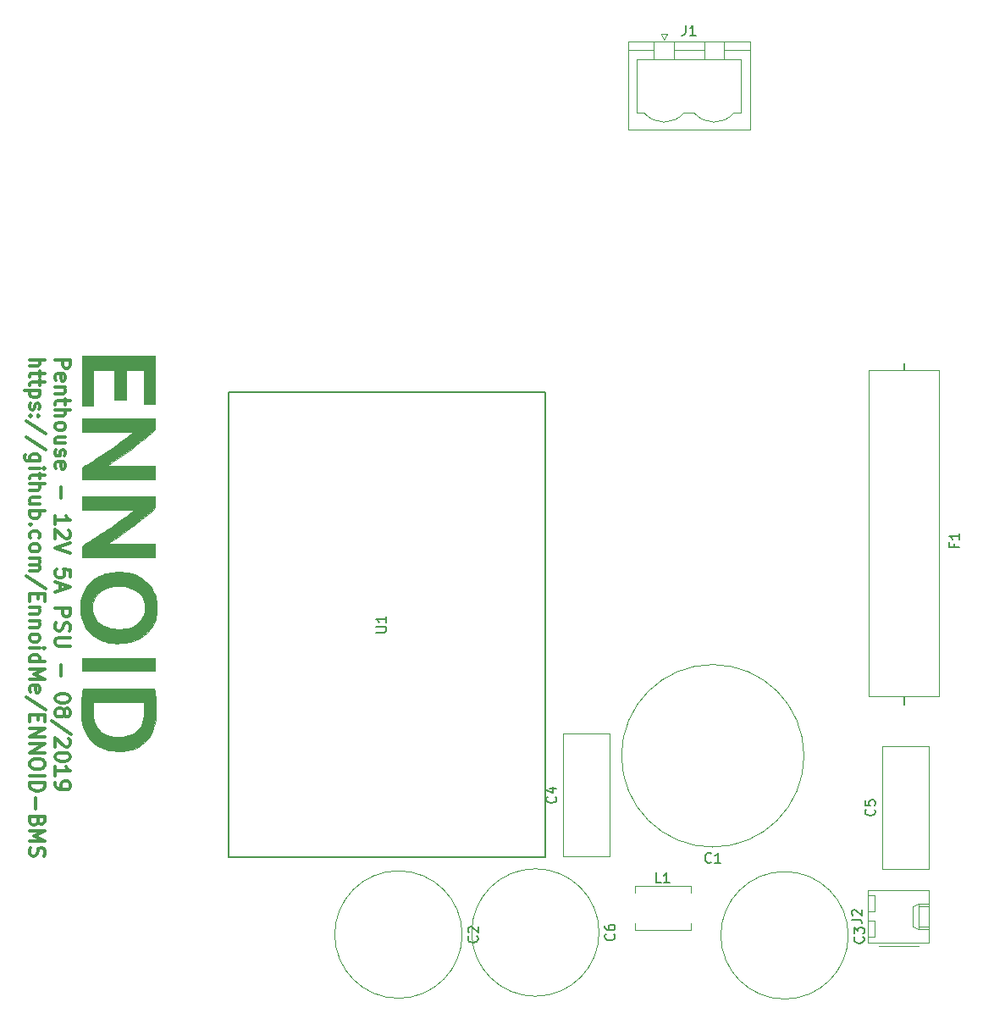
<source format=gbr>
G04 #@! TF.GenerationSoftware,KiCad,Pcbnew,(5.1.0-1152-gc9ccd8a64)*
G04 #@! TF.CreationDate,2019-08-07T20:54:45-04:00*
G04 #@! TF.ProjectId,UPS,5550532e-6b69-4636-9164-5f7063625858,rev?*
G04 #@! TF.SameCoordinates,Original*
G04 #@! TF.FileFunction,Legend,Top*
G04 #@! TF.FilePolarity,Positive*
%FSLAX46Y46*%
G04 Gerber Fmt 4.6, Leading zero omitted, Abs format (unit mm)*
G04 Created by KiCad (PCBNEW (5.1.0-1152-gc9ccd8a64)) date 2019-08-07 20:54:45*
%MOMM*%
%LPD*%
G04 APERTURE LIST*
%ADD10C,0.300000*%
%ADD11C,0.120000*%
%ADD12C,0.150000*%
%ADD13C,0.010000*%
G04 APERTURE END LIST*
D10*
X9791228Y-32479942D02*
X11291228Y-32479942D01*
X11291228Y-33051371D01*
X11219800Y-33194228D01*
X11148371Y-33265657D01*
X11005514Y-33337085D01*
X10791228Y-33337085D01*
X10648371Y-33265657D01*
X10576942Y-33194228D01*
X10505514Y-33051371D01*
X10505514Y-32479942D01*
X9862657Y-34551371D02*
X9791228Y-34408514D01*
X9791228Y-34122800D01*
X9862657Y-33979942D01*
X10005514Y-33908514D01*
X10576942Y-33908514D01*
X10719800Y-33979942D01*
X10791228Y-34122800D01*
X10791228Y-34408514D01*
X10719800Y-34551371D01*
X10576942Y-34622800D01*
X10434085Y-34622800D01*
X10291228Y-33908514D01*
X10791228Y-35265657D02*
X9791228Y-35265657D01*
X10648371Y-35265657D02*
X10719800Y-35337085D01*
X10791228Y-35479942D01*
X10791228Y-35694228D01*
X10719800Y-35837085D01*
X10576942Y-35908514D01*
X9791228Y-35908514D01*
X10791228Y-36408514D02*
X10791228Y-36979942D01*
X11291228Y-36622800D02*
X10005514Y-36622800D01*
X9862657Y-36694228D01*
X9791228Y-36837085D01*
X9791228Y-36979942D01*
X9791228Y-37479942D02*
X11291228Y-37479942D01*
X9791228Y-38122800D02*
X10576942Y-38122800D01*
X10719799Y-38051371D01*
X10791228Y-37908514D01*
X10791228Y-37694228D01*
X10719799Y-37551371D01*
X10648371Y-37479942D01*
X9791228Y-39051371D02*
X9862657Y-38908514D01*
X9934085Y-38837085D01*
X10076942Y-38765657D01*
X10505514Y-38765657D01*
X10648371Y-38837085D01*
X10719799Y-38908514D01*
X10791228Y-39051371D01*
X10791228Y-39265657D01*
X10719799Y-39408514D01*
X10648371Y-39479942D01*
X10505514Y-39551371D01*
X10076942Y-39551371D01*
X9934085Y-39479942D01*
X9862657Y-39408514D01*
X9791228Y-39265657D01*
X9791228Y-39051371D01*
X10791228Y-40837085D02*
X9791228Y-40837085D01*
X10791228Y-40194228D02*
X10005514Y-40194228D01*
X9862657Y-40265657D01*
X9791228Y-40408514D01*
X9791228Y-40622800D01*
X9862657Y-40765657D01*
X9934085Y-40837085D01*
X9862657Y-41479942D02*
X9791228Y-41622800D01*
X9791228Y-41908514D01*
X9862657Y-42051371D01*
X10005514Y-42122800D01*
X10076942Y-42122800D01*
X10219799Y-42051371D01*
X10291228Y-41908514D01*
X10291228Y-41694228D01*
X10362657Y-41551371D01*
X10505514Y-41479942D01*
X10576942Y-41479942D01*
X10719799Y-41551371D01*
X10791228Y-41694228D01*
X10791228Y-41908514D01*
X10719799Y-42051371D01*
X9862657Y-43337085D02*
X9791228Y-43194228D01*
X9791228Y-42908514D01*
X9862657Y-42765657D01*
X10005514Y-42694228D01*
X10576942Y-42694228D01*
X10719799Y-42765657D01*
X10791228Y-42908514D01*
X10791228Y-43194228D01*
X10719799Y-43337085D01*
X10576942Y-43408514D01*
X10434085Y-43408514D01*
X10291228Y-42694228D01*
X10362657Y-45194228D02*
X10362657Y-46337085D01*
X9791228Y-48979942D02*
X9791228Y-48122800D01*
X9791228Y-48551371D02*
X11291228Y-48551371D01*
X11076942Y-48408514D01*
X10934085Y-48265657D01*
X10862657Y-48122800D01*
X11148371Y-49551371D02*
X11219799Y-49622800D01*
X11291228Y-49765657D01*
X11291228Y-50122800D01*
X11219799Y-50265657D01*
X11148371Y-50337085D01*
X11005514Y-50408514D01*
X10862657Y-50408514D01*
X10648371Y-50337085D01*
X9791228Y-49479942D01*
X9791228Y-50408514D01*
X11291228Y-50837085D02*
X9791228Y-51337085D01*
X11291228Y-51837085D01*
X11291228Y-54194228D02*
X11291228Y-53479942D01*
X10576942Y-53408514D01*
X10648371Y-53479942D01*
X10719799Y-53622800D01*
X10719799Y-53979942D01*
X10648371Y-54122800D01*
X10576942Y-54194228D01*
X10434085Y-54265657D01*
X10076942Y-54265657D01*
X9934085Y-54194228D01*
X9862657Y-54122800D01*
X9791228Y-53979942D01*
X9791228Y-53622800D01*
X9862657Y-53479942D01*
X9934085Y-53408514D01*
X10219799Y-54837085D02*
X10219799Y-55551371D01*
X9791228Y-54694228D02*
X11291228Y-55194228D01*
X9791228Y-55694228D01*
X9791228Y-57337085D02*
X11291228Y-57337085D01*
X11291228Y-57908514D01*
X11219799Y-58051371D01*
X11148371Y-58122800D01*
X11005514Y-58194228D01*
X10791228Y-58194228D01*
X10648371Y-58122800D01*
X10576942Y-58051371D01*
X10505514Y-57908514D01*
X10505514Y-57337085D01*
X9862657Y-58765657D02*
X9791228Y-58979942D01*
X9791228Y-59337085D01*
X9862657Y-59479942D01*
X9934085Y-59551371D01*
X10076942Y-59622800D01*
X10219799Y-59622800D01*
X10362657Y-59551371D01*
X10434085Y-59479942D01*
X10505514Y-59337085D01*
X10576942Y-59051371D01*
X10648371Y-58908514D01*
X10719799Y-58837085D01*
X10862657Y-58765657D01*
X11005514Y-58765657D01*
X11148371Y-58837085D01*
X11219799Y-58908514D01*
X11291228Y-59051371D01*
X11291228Y-59408514D01*
X11219799Y-59622800D01*
X11291228Y-60265657D02*
X10076942Y-60265657D01*
X9934085Y-60337085D01*
X9862657Y-60408514D01*
X9791228Y-60551371D01*
X9791228Y-60837085D01*
X9862657Y-60979942D01*
X9934085Y-61051371D01*
X10076942Y-61122800D01*
X11291228Y-61122800D01*
X10362657Y-62979942D02*
X10362657Y-64122800D01*
X11291228Y-66265657D02*
X11291228Y-66408514D01*
X11219799Y-66551371D01*
X11148371Y-66622800D01*
X11005514Y-66694228D01*
X10719799Y-66765657D01*
X10362657Y-66765657D01*
X10076942Y-66694228D01*
X9934085Y-66622800D01*
X9862657Y-66551371D01*
X9791228Y-66408514D01*
X9791228Y-66265657D01*
X9862657Y-66122800D01*
X9934085Y-66051371D01*
X10076942Y-65979942D01*
X10362657Y-65908514D01*
X10719799Y-65908514D01*
X11005514Y-65979942D01*
X11148371Y-66051371D01*
X11219799Y-66122800D01*
X11291228Y-66265657D01*
X10648371Y-67622800D02*
X10719799Y-67479942D01*
X10791228Y-67408514D01*
X10934085Y-67337085D01*
X11005514Y-67337085D01*
X11148371Y-67408514D01*
X11219799Y-67479942D01*
X11291228Y-67622800D01*
X11291228Y-67908514D01*
X11219799Y-68051371D01*
X11148371Y-68122800D01*
X11005514Y-68194228D01*
X10934085Y-68194228D01*
X10791228Y-68122800D01*
X10719799Y-68051371D01*
X10648371Y-67908514D01*
X10648371Y-67622800D01*
X10576942Y-67479942D01*
X10505514Y-67408514D01*
X10362657Y-67337085D01*
X10076942Y-67337085D01*
X9934085Y-67408514D01*
X9862657Y-67479942D01*
X9791228Y-67622800D01*
X9791228Y-67908514D01*
X9862657Y-68051371D01*
X9934085Y-68122800D01*
X10076942Y-68194228D01*
X10362657Y-68194228D01*
X10505514Y-68122800D01*
X10576942Y-68051371D01*
X10648371Y-67908514D01*
X11362657Y-69908514D02*
X9434085Y-68622800D01*
X11148371Y-70337085D02*
X11219799Y-70408514D01*
X11291228Y-70551371D01*
X11291228Y-70908514D01*
X11219799Y-71051371D01*
X11148371Y-71122800D01*
X11005514Y-71194228D01*
X10862657Y-71194228D01*
X10648371Y-71122800D01*
X9791228Y-70265657D01*
X9791228Y-71194228D01*
X11291228Y-72122800D02*
X11291228Y-72265657D01*
X11219799Y-72408514D01*
X11148371Y-72479942D01*
X11005514Y-72551371D01*
X10719799Y-72622800D01*
X10362657Y-72622800D01*
X10076942Y-72551371D01*
X9934085Y-72479942D01*
X9862657Y-72408514D01*
X9791228Y-72265657D01*
X9791228Y-72122800D01*
X9862657Y-71979942D01*
X9934085Y-71908514D01*
X10076942Y-71837085D01*
X10362657Y-71765657D01*
X10719799Y-71765657D01*
X11005514Y-71837085D01*
X11148371Y-71908514D01*
X11219799Y-71979942D01*
X11291228Y-72122800D01*
X9791228Y-74051371D02*
X9791228Y-73194228D01*
X9791228Y-73622800D02*
X11291228Y-73622800D01*
X11076942Y-73479942D01*
X10934085Y-73337085D01*
X10862657Y-73194228D01*
X9791228Y-74765657D02*
X9791228Y-75051371D01*
X9862657Y-75194228D01*
X9934085Y-75265657D01*
X10148371Y-75408514D01*
X10434085Y-75479942D01*
X11005514Y-75479942D01*
X11148371Y-75408514D01*
X11219799Y-75337085D01*
X11291228Y-75194228D01*
X11291228Y-74908514D01*
X11219799Y-74765657D01*
X11148371Y-74694228D01*
X11005514Y-74622799D01*
X10648371Y-74622799D01*
X10505514Y-74694228D01*
X10434085Y-74765657D01*
X10362657Y-74908514D01*
X10362657Y-75194228D01*
X10434085Y-75337085D01*
X10505514Y-75408514D01*
X10648371Y-75479942D01*
X7241228Y-32479942D02*
X8741228Y-32479942D01*
X7241228Y-33122800D02*
X8026942Y-33122800D01*
X8169800Y-33051371D01*
X8241228Y-32908514D01*
X8241228Y-32694228D01*
X8169800Y-32551371D01*
X8098371Y-32479942D01*
X8241228Y-33622800D02*
X8241228Y-34194228D01*
X8741228Y-33837085D02*
X7455514Y-33837085D01*
X7312657Y-33908514D01*
X7241228Y-34051371D01*
X7241228Y-34194228D01*
X8241228Y-34479942D02*
X8241228Y-35051371D01*
X8741228Y-34694228D02*
X7455514Y-34694228D01*
X7312657Y-34765657D01*
X7241228Y-34908514D01*
X7241228Y-35051371D01*
X8241228Y-35551371D02*
X6741228Y-35551371D01*
X8169799Y-35551371D02*
X8241228Y-35694228D01*
X8241228Y-35979942D01*
X8169799Y-36122800D01*
X8098371Y-36194228D01*
X7955514Y-36265657D01*
X7526942Y-36265657D01*
X7384085Y-36194228D01*
X7312657Y-36122800D01*
X7241228Y-35979942D01*
X7241228Y-35694228D01*
X7312657Y-35551371D01*
X7312657Y-36837085D02*
X7241228Y-36979942D01*
X7241228Y-37265657D01*
X7312657Y-37408514D01*
X7455514Y-37479942D01*
X7526942Y-37479942D01*
X7669799Y-37408514D01*
X7741228Y-37265657D01*
X7741228Y-37051371D01*
X7812657Y-36908514D01*
X7955514Y-36837085D01*
X8026942Y-36837085D01*
X8169799Y-36908514D01*
X8241228Y-37051371D01*
X8241228Y-37265657D01*
X8169799Y-37408514D01*
X7384085Y-38122800D02*
X7312657Y-38194228D01*
X7241228Y-38122800D01*
X7312657Y-38051371D01*
X7384085Y-38122800D01*
X7241228Y-38122800D01*
X8169799Y-38122800D02*
X8098371Y-38194228D01*
X8026942Y-38122800D01*
X8098371Y-38051371D01*
X8169799Y-38122800D01*
X8026942Y-38122800D01*
X8812657Y-39908514D02*
X6884085Y-38622800D01*
X8812657Y-41479942D02*
X6884085Y-40194228D01*
X8241228Y-42622800D02*
X7026942Y-42622800D01*
X6884085Y-42551371D01*
X6812657Y-42479942D01*
X6741228Y-42337085D01*
X6741228Y-42122800D01*
X6812657Y-41979942D01*
X7312657Y-42622800D02*
X7241228Y-42479942D01*
X7241228Y-42194228D01*
X7312657Y-42051371D01*
X7384085Y-41979942D01*
X7526942Y-41908514D01*
X7955514Y-41908514D01*
X8098371Y-41979942D01*
X8169799Y-42051371D01*
X8241228Y-42194228D01*
X8241228Y-42479942D01*
X8169799Y-42622800D01*
X7241228Y-43337085D02*
X8241228Y-43337085D01*
X8741228Y-43337085D02*
X8669799Y-43265657D01*
X8598371Y-43337085D01*
X8669799Y-43408514D01*
X8741228Y-43337085D01*
X8598371Y-43337085D01*
X8241228Y-43837085D02*
X8241228Y-44408514D01*
X8741228Y-44051371D02*
X7455514Y-44051371D01*
X7312657Y-44122800D01*
X7241228Y-44265657D01*
X7241228Y-44408514D01*
X7241228Y-44908514D02*
X8741228Y-44908514D01*
X7241228Y-45551371D02*
X8026942Y-45551371D01*
X8169799Y-45479942D01*
X8241228Y-45337085D01*
X8241228Y-45122800D01*
X8169799Y-44979942D01*
X8098371Y-44908514D01*
X8241228Y-46908514D02*
X7241228Y-46908514D01*
X8241228Y-46265657D02*
X7455514Y-46265657D01*
X7312657Y-46337085D01*
X7241228Y-46479942D01*
X7241228Y-46694228D01*
X7312657Y-46837085D01*
X7384085Y-46908514D01*
X7241228Y-47622800D02*
X8741228Y-47622800D01*
X8169799Y-47622800D02*
X8241228Y-47765657D01*
X8241228Y-48051371D01*
X8169799Y-48194228D01*
X8098371Y-48265657D01*
X7955514Y-48337085D01*
X7526942Y-48337085D01*
X7384085Y-48265657D01*
X7312657Y-48194228D01*
X7241228Y-48051371D01*
X7241228Y-47765657D01*
X7312657Y-47622800D01*
X7384085Y-48979942D02*
X7312657Y-49051371D01*
X7241228Y-48979942D01*
X7312657Y-48908514D01*
X7384085Y-48979942D01*
X7241228Y-48979942D01*
X7312657Y-50337085D02*
X7241228Y-50194228D01*
X7241228Y-49908514D01*
X7312657Y-49765657D01*
X7384085Y-49694228D01*
X7526942Y-49622800D01*
X7955514Y-49622800D01*
X8098371Y-49694228D01*
X8169799Y-49765657D01*
X8241228Y-49908514D01*
X8241228Y-50194228D01*
X8169799Y-50337085D01*
X7241228Y-51194228D02*
X7312657Y-51051371D01*
X7384085Y-50979942D01*
X7526942Y-50908514D01*
X7955514Y-50908514D01*
X8098371Y-50979942D01*
X8169799Y-51051371D01*
X8241228Y-51194228D01*
X8241228Y-51408514D01*
X8169799Y-51551371D01*
X8098371Y-51622800D01*
X7955514Y-51694228D01*
X7526942Y-51694228D01*
X7384085Y-51622800D01*
X7312657Y-51551371D01*
X7241228Y-51408514D01*
X7241228Y-51194228D01*
X7241228Y-52337085D02*
X8241228Y-52337085D01*
X8098371Y-52337085D02*
X8169799Y-52408514D01*
X8241228Y-52551371D01*
X8241228Y-52765657D01*
X8169799Y-52908514D01*
X8026942Y-52979942D01*
X7241228Y-52979942D01*
X8026942Y-52979942D02*
X8169799Y-53051371D01*
X8241228Y-53194228D01*
X8241228Y-53408514D01*
X8169799Y-53551371D01*
X8026942Y-53622800D01*
X7241228Y-53622800D01*
X8812657Y-55408514D02*
X6884085Y-54122800D01*
X8026942Y-55908514D02*
X8026942Y-56408514D01*
X7241228Y-56622800D02*
X7241228Y-55908514D01*
X8741228Y-55908514D01*
X8741228Y-56622800D01*
X8241228Y-57265657D02*
X7241228Y-57265657D01*
X8098371Y-57265657D02*
X8169799Y-57337085D01*
X8241228Y-57479942D01*
X8241228Y-57694228D01*
X8169799Y-57837085D01*
X8026942Y-57908514D01*
X7241228Y-57908514D01*
X8241228Y-58622800D02*
X7241228Y-58622800D01*
X8098371Y-58622800D02*
X8169799Y-58694228D01*
X8241228Y-58837085D01*
X8241228Y-59051371D01*
X8169799Y-59194228D01*
X8026942Y-59265657D01*
X7241228Y-59265657D01*
X7241228Y-60194228D02*
X7312657Y-60051371D01*
X7384085Y-59979942D01*
X7526942Y-59908514D01*
X7955514Y-59908514D01*
X8098371Y-59979942D01*
X8169799Y-60051371D01*
X8241228Y-60194228D01*
X8241228Y-60408514D01*
X8169799Y-60551371D01*
X8098371Y-60622800D01*
X7955514Y-60694228D01*
X7526942Y-60694228D01*
X7384085Y-60622800D01*
X7312657Y-60551371D01*
X7241228Y-60408514D01*
X7241228Y-60194228D01*
X7241228Y-61337085D02*
X8241228Y-61337085D01*
X8741228Y-61337085D02*
X8669799Y-61265657D01*
X8598371Y-61337085D01*
X8669799Y-61408514D01*
X8741228Y-61337085D01*
X8598371Y-61337085D01*
X7241228Y-62694228D02*
X8741228Y-62694228D01*
X7312657Y-62694228D02*
X7241228Y-62551371D01*
X7241228Y-62265657D01*
X7312657Y-62122800D01*
X7384085Y-62051371D01*
X7526942Y-61979942D01*
X7955514Y-61979942D01*
X8098371Y-62051371D01*
X8169799Y-62122800D01*
X8241228Y-62265657D01*
X8241228Y-62551371D01*
X8169799Y-62694228D01*
X7241228Y-63408514D02*
X8741228Y-63408514D01*
X7669799Y-63908514D01*
X8741228Y-64408514D01*
X7241228Y-64408514D01*
X7312657Y-65694228D02*
X7241228Y-65551371D01*
X7241228Y-65265657D01*
X7312657Y-65122800D01*
X7455514Y-65051371D01*
X8026942Y-65051371D01*
X8169799Y-65122800D01*
X8241228Y-65265657D01*
X8241228Y-65551371D01*
X8169799Y-65694228D01*
X8026942Y-65765657D01*
X7884085Y-65765657D01*
X7741228Y-65051371D01*
X8812657Y-67479942D02*
X6884085Y-66194228D01*
X8026942Y-67979942D02*
X8026942Y-68479942D01*
X7241228Y-68694228D02*
X7241228Y-67979942D01*
X8741228Y-67979942D01*
X8741228Y-68694228D01*
X7241228Y-69337085D02*
X8741228Y-69337085D01*
X7241228Y-70194228D01*
X8741228Y-70194228D01*
X7241228Y-70908514D02*
X8741228Y-70908514D01*
X7241228Y-71765657D01*
X8741228Y-71765657D01*
X8741228Y-72765657D02*
X8741228Y-73051371D01*
X8669799Y-73194228D01*
X8526942Y-73337085D01*
X8241228Y-73408514D01*
X7741228Y-73408514D01*
X7455514Y-73337085D01*
X7312657Y-73194228D01*
X7241228Y-73051371D01*
X7241228Y-72765657D01*
X7312657Y-72622800D01*
X7455514Y-72479942D01*
X7741228Y-72408514D01*
X8241228Y-72408514D01*
X8526942Y-72479942D01*
X8669799Y-72622800D01*
X8741228Y-72765657D01*
X7241228Y-74051371D02*
X8741228Y-74051371D01*
X7241228Y-74765657D02*
X8741228Y-74765657D01*
X8741228Y-75122800D01*
X8669799Y-75337085D01*
X8526942Y-75479942D01*
X8384085Y-75551371D01*
X8098371Y-75622800D01*
X7884085Y-75622800D01*
X7598371Y-75551371D01*
X7455514Y-75479942D01*
X7312657Y-75337085D01*
X7241228Y-75122800D01*
X7241228Y-74765657D01*
X7812657Y-76265657D02*
X7812657Y-77408514D01*
X8026942Y-78622800D02*
X7955514Y-78837085D01*
X7884085Y-78908514D01*
X7741228Y-78979942D01*
X7526942Y-78979942D01*
X7384085Y-78908514D01*
X7312657Y-78837085D01*
X7241228Y-78694228D01*
X7241228Y-78122800D01*
X8741228Y-78122800D01*
X8741228Y-78622800D01*
X8669799Y-78765657D01*
X8598371Y-78837085D01*
X8455514Y-78908514D01*
X8312657Y-78908514D01*
X8169799Y-78837085D01*
X8098371Y-78765657D01*
X8026942Y-78622800D01*
X8026942Y-78122800D01*
X7241228Y-79622800D02*
X8741228Y-79622800D01*
X7669799Y-80122800D01*
X8741228Y-80622800D01*
X7241228Y-80622800D01*
X7312657Y-81265657D02*
X7241228Y-81479942D01*
X7241228Y-81837085D01*
X7312657Y-81979942D01*
X7384085Y-82051371D01*
X7526942Y-82122800D01*
X7669799Y-82122800D01*
X7812657Y-82051371D01*
X7884085Y-81979942D01*
X7955514Y-81837085D01*
X8026942Y-81551371D01*
X8098371Y-81408514D01*
X8169799Y-81337085D01*
X8312657Y-81265657D01*
X8455514Y-81265657D01*
X8598371Y-81337085D01*
X8669799Y-81408514D01*
X8741228Y-81551371D01*
X8741228Y-81908514D01*
X8669799Y-82122800D01*
D11*
X70350000Y110000D02*
X70950000Y110000D01*
X70650000Y-490000D02*
X70350000Y110000D01*
X70950000Y110000D02*
X70650000Y-490000D01*
X78350000Y-7800000D02*
X77650000Y-7800000D01*
X78350000Y-2500000D02*
X78350000Y-7800000D01*
X67950000Y-2500000D02*
X78350000Y-2500000D01*
X67950000Y-7800000D02*
X67950000Y-2500000D01*
X68650000Y-7800000D02*
X67950000Y-7800000D01*
X72650000Y-7800000D02*
X73650000Y-7800000D01*
X76650000Y-2500000D02*
X74650000Y-2500000D01*
X76650000Y-690000D02*
X76650000Y-2500000D01*
X74650000Y-690000D02*
X76650000Y-690000D01*
X74650000Y-2500000D02*
X74650000Y-690000D01*
X71650000Y-2500000D02*
X69650000Y-2500000D01*
X71650000Y-690000D02*
X71650000Y-2500000D01*
X69650000Y-690000D02*
X71650000Y-690000D01*
X69650000Y-2500000D02*
X69650000Y-690000D01*
X71650000Y-1500000D02*
X74650000Y-1500000D01*
X79260000Y-1500000D02*
X76760000Y-1500000D01*
X67040000Y-1500000D02*
X69540000Y-1500000D01*
X79260000Y-690000D02*
X67040000Y-690000D01*
X79260000Y-9510000D02*
X79260000Y-690000D01*
X67040000Y-9510000D02*
X79260000Y-9510000D01*
X67040000Y-690000D02*
X67040000Y-9510000D01*
X77636841Y-7815821D02*
G75*
G02X73650000Y-7800000I-1986841J1665821D01*
G01*
X72636841Y-7815821D02*
G75*
G02X68650000Y-7800000I-1986841J1665821D01*
G01*
X84643400Y-72085200D02*
G75*
G03X84643400Y-72085200I-9120000J0D01*
G01*
D12*
X94640400Y-33531400D02*
X94640400Y-32851400D01*
X94640400Y-66951400D02*
X94640400Y-66171400D01*
D11*
X91140400Y-66171400D02*
X91140400Y-33531400D01*
X91140400Y-66171400D02*
X98140400Y-66171400D01*
X98140400Y-33531400D02*
X91140400Y-33531400D01*
X98140400Y-66171400D02*
X98140400Y-33531400D01*
X92446400Y-71158000D02*
X97088400Y-71158000D01*
X92446400Y-83398000D02*
X97088400Y-83398000D01*
X97088400Y-83398000D02*
X97088400Y-71158000D01*
X92446400Y-83398000D02*
X92446400Y-71158000D01*
X60569400Y-69888000D02*
X65211400Y-69888000D01*
X60569400Y-82128000D02*
X65211400Y-82128000D01*
X65211400Y-82128000D02*
X65211400Y-69888000D01*
X60569400Y-82128000D02*
X60569400Y-69888000D01*
X64155000Y-89749000D02*
G75*
G03X64155000Y-89749000I-6370000J0D01*
G01*
X89072400Y-90028400D02*
G75*
G03X89072400Y-90028400I-6370000J0D01*
G01*
X50464400Y-89952200D02*
G75*
G03X50464400Y-89952200I-6370000J0D01*
G01*
X91670000Y-86060000D02*
X91070000Y-86060000D01*
X91670000Y-87660000D02*
X91670000Y-86060000D01*
X91070000Y-87660000D02*
X91670000Y-87660000D01*
X91670000Y-88600000D02*
X91070000Y-88600000D01*
X91670000Y-90200000D02*
X91670000Y-88600000D01*
X91070000Y-90200000D02*
X91670000Y-90200000D01*
X97090000Y-87110000D02*
X96090000Y-87110000D01*
X97090000Y-89150000D02*
X96090000Y-89150000D01*
X95560000Y-87110000D02*
X96090000Y-86860000D01*
X95560000Y-89150000D02*
X95560000Y-87110000D01*
X96090000Y-89400000D02*
X95560000Y-89150000D01*
X96090000Y-86860000D02*
X97090000Y-86860000D01*
X96090000Y-89400000D02*
X96090000Y-86860000D01*
X97090000Y-89400000D02*
X96090000Y-89400000D01*
X92100000Y-91070000D02*
X96100000Y-91070000D01*
X91070000Y-85480000D02*
X91070000Y-90780000D01*
X97090000Y-85480000D02*
X91070000Y-85480000D01*
X97090000Y-90780000D02*
X97090000Y-85480000D01*
X91070000Y-90780000D02*
X97090000Y-90780000D01*
D12*
X58776000Y-35728800D02*
X58776000Y-82228800D01*
X27076000Y-35728800D02*
X27076000Y-82228800D01*
X58776000Y-35728800D02*
X27076000Y-35728800D01*
X27076000Y-82228800D02*
X58776000Y-82228800D01*
D11*
X67710400Y-85599800D02*
X67710400Y-85799800D01*
X67710400Y-85799800D02*
X67710400Y-85599800D01*
X67710400Y-85099800D02*
X67710400Y-85799800D01*
X73310400Y-85099800D02*
X67710400Y-85099800D01*
X73310400Y-85699800D02*
X73310400Y-85799800D01*
X73310400Y-85099800D02*
X73310400Y-85699800D01*
X73310400Y-88799800D02*
X73310400Y-89499800D01*
X67710400Y-89499800D02*
X67710400Y-88799800D01*
X73310400Y-89499800D02*
X67710400Y-89499800D01*
D13*
G36*
X19926312Y-57673264D02*
G01*
X19904971Y-57892055D01*
X19868558Y-58104368D01*
X19815375Y-58325347D01*
X19788804Y-58420324D01*
X19652864Y-58797230D01*
X19470950Y-59150693D01*
X19245665Y-59478117D01*
X18979612Y-59776905D01*
X18675395Y-60044462D01*
X18335617Y-60278189D01*
X17962882Y-60475492D01*
X17574255Y-60628965D01*
X17203345Y-60730682D01*
X16802782Y-60800051D01*
X16383683Y-60837136D01*
X15957164Y-60842003D01*
X15534341Y-60814716D01*
X15126333Y-60755340D01*
X14744255Y-60663939D01*
X14581281Y-60611515D01*
X14169136Y-60441899D01*
X13795521Y-60236387D01*
X13460967Y-59995577D01*
X13166011Y-59720070D01*
X12911184Y-59410465D01*
X12697022Y-59067361D01*
X12524058Y-58691358D01*
X12392826Y-58283054D01*
X12351685Y-58108698D01*
X12328394Y-57966713D01*
X12309248Y-57786763D01*
X12294778Y-57582904D01*
X12285517Y-57369194D01*
X12281995Y-57159690D01*
X12284745Y-56968448D01*
X12294297Y-56809524D01*
X12300511Y-56755468D01*
X12384985Y-56312455D01*
X12510745Y-55902368D01*
X12677718Y-55525306D01*
X12885834Y-55181370D01*
X13135022Y-54870658D01*
X13425212Y-54593270D01*
X13756333Y-54349305D01*
X14128314Y-54138863D01*
X14178851Y-54114362D01*
X14460932Y-53990236D01*
X14733212Y-53893283D01*
X15008105Y-53820738D01*
X15298024Y-53769835D01*
X15615384Y-53737808D01*
X15936313Y-53722794D01*
X15947373Y-53722783D01*
X15947373Y-55123194D01*
X15575499Y-55156319D01*
X15215659Y-55223972D01*
X14874991Y-55325426D01*
X14560633Y-55459951D01*
X14279726Y-55626820D01*
X14210731Y-55677181D01*
X14045636Y-55827481D01*
X13887639Y-56016281D01*
X13746314Y-56229275D01*
X13631234Y-56452158D01*
X13556424Y-56654842D01*
X13496620Y-56943182D01*
X13475166Y-57250208D01*
X13492305Y-57557973D01*
X13540768Y-57820147D01*
X13643819Y-58118635D01*
X13793124Y-58393783D01*
X13986075Y-58642425D01*
X14220066Y-58861396D01*
X14492488Y-59047528D01*
X14599476Y-59105892D01*
X14890218Y-59229366D01*
X15214524Y-59322278D01*
X15562719Y-59384484D01*
X15925132Y-59415838D01*
X16292089Y-59416193D01*
X16653919Y-59385404D01*
X17000949Y-59323326D01*
X17323506Y-59229812D01*
X17520227Y-59149907D01*
X17824244Y-58983405D01*
X18087592Y-58784587D01*
X18308910Y-58555531D01*
X18486838Y-58298317D01*
X18620017Y-58015024D01*
X18707086Y-57707733D01*
X18746686Y-57378521D01*
X18749111Y-57270868D01*
X18724594Y-56935508D01*
X18652246Y-56620924D01*
X18533869Y-56329707D01*
X18371269Y-56064449D01*
X18166250Y-55827742D01*
X17920615Y-55622177D01*
X17636168Y-55450346D01*
X17412418Y-55350547D01*
X17063802Y-55238275D01*
X16698663Y-55163444D01*
X16324140Y-55125326D01*
X15947373Y-55123194D01*
X15947373Y-53722783D01*
X16352116Y-53722372D01*
X16729303Y-53745821D01*
X17077328Y-53795011D01*
X17405641Y-53871816D01*
X17723694Y-53978106D01*
X18040940Y-54115754D01*
X18121934Y-54155638D01*
X18454169Y-54350110D01*
X18764826Y-54585767D01*
X19047347Y-54855881D01*
X19295176Y-55153725D01*
X19501754Y-55472573D01*
X19606625Y-55678699D01*
X19712300Y-55927164D01*
X19793321Y-56160238D01*
X19852756Y-56391917D01*
X19893675Y-56636195D01*
X19919148Y-56907067D01*
X19930568Y-57155668D01*
X19934279Y-57432849D01*
X19926312Y-57673264D01*
X19926312Y-57673264D01*
G37*
X19926312Y-57673264D02*
X19904971Y-57892055D01*
X19868558Y-58104368D01*
X19815375Y-58325347D01*
X19788804Y-58420324D01*
X19652864Y-58797230D01*
X19470950Y-59150693D01*
X19245665Y-59478117D01*
X18979612Y-59776905D01*
X18675395Y-60044462D01*
X18335617Y-60278189D01*
X17962882Y-60475492D01*
X17574255Y-60628965D01*
X17203345Y-60730682D01*
X16802782Y-60800051D01*
X16383683Y-60837136D01*
X15957164Y-60842003D01*
X15534341Y-60814716D01*
X15126333Y-60755340D01*
X14744255Y-60663939D01*
X14581281Y-60611515D01*
X14169136Y-60441899D01*
X13795521Y-60236387D01*
X13460967Y-59995577D01*
X13166011Y-59720070D01*
X12911184Y-59410465D01*
X12697022Y-59067361D01*
X12524058Y-58691358D01*
X12392826Y-58283054D01*
X12351685Y-58108698D01*
X12328394Y-57966713D01*
X12309248Y-57786763D01*
X12294778Y-57582904D01*
X12285517Y-57369194D01*
X12281995Y-57159690D01*
X12284745Y-56968448D01*
X12294297Y-56809524D01*
X12300511Y-56755468D01*
X12384985Y-56312455D01*
X12510745Y-55902368D01*
X12677718Y-55525306D01*
X12885834Y-55181370D01*
X13135022Y-54870658D01*
X13425212Y-54593270D01*
X13756333Y-54349305D01*
X14128314Y-54138863D01*
X14178851Y-54114362D01*
X14460932Y-53990236D01*
X14733212Y-53893283D01*
X15008105Y-53820738D01*
X15298024Y-53769835D01*
X15615384Y-53737808D01*
X15936313Y-53722794D01*
X15947373Y-53722783D01*
X15947373Y-55123194D01*
X15575499Y-55156319D01*
X15215659Y-55223972D01*
X14874991Y-55325426D01*
X14560633Y-55459951D01*
X14279726Y-55626820D01*
X14210731Y-55677181D01*
X14045636Y-55827481D01*
X13887639Y-56016281D01*
X13746314Y-56229275D01*
X13631234Y-56452158D01*
X13556424Y-56654842D01*
X13496620Y-56943182D01*
X13475166Y-57250208D01*
X13492305Y-57557973D01*
X13540768Y-57820147D01*
X13643819Y-58118635D01*
X13793124Y-58393783D01*
X13986075Y-58642425D01*
X14220066Y-58861396D01*
X14492488Y-59047528D01*
X14599476Y-59105892D01*
X14890218Y-59229366D01*
X15214524Y-59322278D01*
X15562719Y-59384484D01*
X15925132Y-59415838D01*
X16292089Y-59416193D01*
X16653919Y-59385404D01*
X17000949Y-59323326D01*
X17323506Y-59229812D01*
X17520227Y-59149907D01*
X17824244Y-58983405D01*
X18087592Y-58784587D01*
X18308910Y-58555531D01*
X18486838Y-58298317D01*
X18620017Y-58015024D01*
X18707086Y-57707733D01*
X18746686Y-57378521D01*
X18749111Y-57270868D01*
X18724594Y-56935508D01*
X18652246Y-56620924D01*
X18533869Y-56329707D01*
X18371269Y-56064449D01*
X18166250Y-55827742D01*
X17920615Y-55622177D01*
X17636168Y-55450346D01*
X17412418Y-55350547D01*
X17063802Y-55238275D01*
X16698663Y-55163444D01*
X16324140Y-55125326D01*
X15947373Y-55123194D01*
X15947373Y-53722783D01*
X16352116Y-53722372D01*
X16729303Y-53745821D01*
X17077328Y-53795011D01*
X17405641Y-53871816D01*
X17723694Y-53978106D01*
X18040940Y-54115754D01*
X18121934Y-54155638D01*
X18454169Y-54350110D01*
X18764826Y-54585767D01*
X19047347Y-54855881D01*
X19295176Y-55153725D01*
X19501754Y-55472573D01*
X19606625Y-55678699D01*
X19712300Y-55927164D01*
X19793321Y-56160238D01*
X19852756Y-56391917D01*
X19893675Y-56636195D01*
X19919148Y-56907067D01*
X19930568Y-57155668D01*
X19934279Y-57432849D01*
X19926312Y-57673264D01*
G36*
X19845003Y-67670843D02*
G01*
X19837278Y-67930776D01*
X19823316Y-68163203D01*
X19802811Y-68360096D01*
X19798063Y-68393406D01*
X19716083Y-68842514D01*
X19610604Y-69247948D01*
X19479456Y-69614404D01*
X19320465Y-69946578D01*
X19131458Y-70249165D01*
X18910263Y-70526863D01*
X18719915Y-70723559D01*
X18425831Y-70970504D01*
X18102508Y-71176750D01*
X17748366Y-71342918D01*
X17361824Y-71469631D01*
X16941302Y-71557511D01*
X16485219Y-71607179D01*
X16472450Y-71607992D01*
X15971646Y-71618883D01*
X15499622Y-71587333D01*
X15057127Y-71513712D01*
X14644912Y-71398392D01*
X14263726Y-71241742D01*
X13914318Y-71044134D01*
X13597439Y-70805939D01*
X13313837Y-70527526D01*
X13064263Y-70209268D01*
X12849466Y-69851534D01*
X12825119Y-69804100D01*
X12681368Y-69485431D01*
X12565544Y-69152436D01*
X12476448Y-68798829D01*
X12412879Y-68418322D01*
X12373635Y-68004626D01*
X12357516Y-67551456D01*
X12357301Y-67354381D01*
X12359020Y-67179211D01*
X12361275Y-67015680D01*
X12363882Y-66873428D01*
X12366658Y-66762097D01*
X12369419Y-66691328D01*
X12370153Y-66680234D01*
X12398041Y-66352902D01*
X12426223Y-66067516D01*
X12454410Y-65826413D01*
X12482310Y-65631933D01*
X12509631Y-65486416D01*
X12527257Y-65418163D01*
X12531311Y-65411590D01*
X12540986Y-65405669D01*
X12558907Y-65400366D01*
X12587701Y-65395647D01*
X12629992Y-65391479D01*
X12688406Y-65387827D01*
X12765568Y-65384658D01*
X12864105Y-65381937D01*
X12986640Y-65379631D01*
X13135800Y-65377705D01*
X13314210Y-65376127D01*
X13524495Y-65374861D01*
X13769281Y-65373874D01*
X14051194Y-65373132D01*
X14372858Y-65372601D01*
X14736900Y-65372247D01*
X15145944Y-65372037D01*
X15602616Y-65371935D01*
X16106031Y-65371909D01*
X16612614Y-65371936D01*
X17068961Y-65372037D01*
X17477696Y-65372249D01*
X17841445Y-65372604D01*
X18162834Y-65373136D01*
X18444486Y-65373879D01*
X18637223Y-65374657D01*
X18637223Y-66746311D01*
X13542244Y-66746311D01*
X13542399Y-67334396D01*
X13544933Y-67598637D01*
X13552187Y-67830126D01*
X13563864Y-68022299D01*
X13579667Y-68168590D01*
X13580424Y-68173684D01*
X13657699Y-68543671D01*
X13772397Y-68876405D01*
X13924581Y-69171943D01*
X14114316Y-69430342D01*
X14341668Y-69651658D01*
X14606700Y-69835946D01*
X14909477Y-69983263D01*
X15250065Y-70093665D01*
X15628527Y-70167208D01*
X15907800Y-70196211D01*
X16199250Y-70201714D01*
X16503803Y-70179998D01*
X16807553Y-70133512D01*
X17096593Y-70064706D01*
X17357014Y-69976031D01*
X17486039Y-69918172D01*
X17764332Y-69753514D01*
X18004228Y-69555333D01*
X18206542Y-69322372D01*
X18372093Y-69053371D01*
X18501698Y-68747071D01*
X18596174Y-68402216D01*
X18641650Y-68138623D01*
X18649809Y-68052783D01*
X18656665Y-67930651D01*
X18662135Y-67781935D01*
X18666134Y-67616342D01*
X18668580Y-67443579D01*
X18669387Y-67273354D01*
X18668473Y-67115373D01*
X18665753Y-66979345D01*
X18661143Y-66874977D01*
X18654560Y-66811976D01*
X18653160Y-66805780D01*
X18637223Y-66746311D01*
X18637223Y-65374657D01*
X18689028Y-65374867D01*
X18899085Y-65376135D01*
X19077281Y-65377715D01*
X19226243Y-65379643D01*
X19348594Y-65381951D01*
X19446961Y-65384675D01*
X19523968Y-65387847D01*
X19582241Y-65391501D01*
X19624405Y-65395673D01*
X19653084Y-65400394D01*
X19670905Y-65405701D01*
X19680492Y-65411626D01*
X19684459Y-65418163D01*
X19719070Y-65564425D01*
X19750203Y-65755427D01*
X19777551Y-65983140D01*
X19800809Y-66239538D01*
X19819669Y-66516594D01*
X19833825Y-66806279D01*
X19842970Y-67100567D01*
X19846799Y-67391431D01*
X19845003Y-67670843D01*
X19845003Y-67670843D01*
G37*
X19845003Y-67670843D02*
X19837278Y-67930776D01*
X19823316Y-68163203D01*
X19802811Y-68360096D01*
X19798063Y-68393406D01*
X19716083Y-68842514D01*
X19610604Y-69247948D01*
X19479456Y-69614404D01*
X19320465Y-69946578D01*
X19131458Y-70249165D01*
X18910263Y-70526863D01*
X18719915Y-70723559D01*
X18425831Y-70970504D01*
X18102508Y-71176750D01*
X17748366Y-71342918D01*
X17361824Y-71469631D01*
X16941302Y-71557511D01*
X16485219Y-71607179D01*
X16472450Y-71607992D01*
X15971646Y-71618883D01*
X15499622Y-71587333D01*
X15057127Y-71513712D01*
X14644912Y-71398392D01*
X14263726Y-71241742D01*
X13914318Y-71044134D01*
X13597439Y-70805939D01*
X13313837Y-70527526D01*
X13064263Y-70209268D01*
X12849466Y-69851534D01*
X12825119Y-69804100D01*
X12681368Y-69485431D01*
X12565544Y-69152436D01*
X12476448Y-68798829D01*
X12412879Y-68418322D01*
X12373635Y-68004626D01*
X12357516Y-67551456D01*
X12357301Y-67354381D01*
X12359020Y-67179211D01*
X12361275Y-67015680D01*
X12363882Y-66873428D01*
X12366658Y-66762097D01*
X12369419Y-66691328D01*
X12370153Y-66680234D01*
X12398041Y-66352902D01*
X12426223Y-66067516D01*
X12454410Y-65826413D01*
X12482310Y-65631933D01*
X12509631Y-65486416D01*
X12527257Y-65418163D01*
X12531311Y-65411590D01*
X12540986Y-65405669D01*
X12558907Y-65400366D01*
X12587701Y-65395647D01*
X12629992Y-65391479D01*
X12688406Y-65387827D01*
X12765568Y-65384658D01*
X12864105Y-65381937D01*
X12986640Y-65379631D01*
X13135800Y-65377705D01*
X13314210Y-65376127D01*
X13524495Y-65374861D01*
X13769281Y-65373874D01*
X14051194Y-65373132D01*
X14372858Y-65372601D01*
X14736900Y-65372247D01*
X15145944Y-65372037D01*
X15602616Y-65371935D01*
X16106031Y-65371909D01*
X16612614Y-65371936D01*
X17068961Y-65372037D01*
X17477696Y-65372249D01*
X17841445Y-65372604D01*
X18162834Y-65373136D01*
X18444486Y-65373879D01*
X18637223Y-65374657D01*
X18637223Y-66746311D01*
X13542244Y-66746311D01*
X13542399Y-67334396D01*
X13544933Y-67598637D01*
X13552187Y-67830126D01*
X13563864Y-68022299D01*
X13579667Y-68168590D01*
X13580424Y-68173684D01*
X13657699Y-68543671D01*
X13772397Y-68876405D01*
X13924581Y-69171943D01*
X14114316Y-69430342D01*
X14341668Y-69651658D01*
X14606700Y-69835946D01*
X14909477Y-69983263D01*
X15250065Y-70093665D01*
X15628527Y-70167208D01*
X15907800Y-70196211D01*
X16199250Y-70201714D01*
X16503803Y-70179998D01*
X16807553Y-70133512D01*
X17096593Y-70064706D01*
X17357014Y-69976031D01*
X17486039Y-69918172D01*
X17764332Y-69753514D01*
X18004228Y-69555333D01*
X18206542Y-69322372D01*
X18372093Y-69053371D01*
X18501698Y-68747071D01*
X18596174Y-68402216D01*
X18641650Y-68138623D01*
X18649809Y-68052783D01*
X18656665Y-67930651D01*
X18662135Y-67781935D01*
X18666134Y-67616342D01*
X18668580Y-67443579D01*
X18669387Y-67273354D01*
X18668473Y-67115373D01*
X18665753Y-66979345D01*
X18661143Y-66874977D01*
X18654560Y-66811976D01*
X18653160Y-66805780D01*
X18637223Y-66746311D01*
X18637223Y-65374657D01*
X18689028Y-65374867D01*
X18899085Y-65376135D01*
X19077281Y-65377715D01*
X19226243Y-65379643D01*
X19348594Y-65381951D01*
X19446961Y-65384675D01*
X19523968Y-65387847D01*
X19582241Y-65391501D01*
X19624405Y-65395673D01*
X19653084Y-65400394D01*
X19670905Y-65405701D01*
X19680492Y-65411626D01*
X19684459Y-65418163D01*
X19719070Y-65564425D01*
X19750203Y-65755427D01*
X19777551Y-65983140D01*
X19800809Y-66239538D01*
X19819669Y-66516594D01*
X19833825Y-66806279D01*
X19842970Y-67100567D01*
X19846799Y-67391431D01*
X19845003Y-67670843D01*
G36*
X18616957Y-36879505D02*
G01*
X18616957Y-33496363D01*
X16846094Y-33496363D01*
X16846094Y-36509474D01*
X15709569Y-36509474D01*
X15709569Y-33496363D01*
X13595105Y-33496363D01*
X13595105Y-37117383D01*
X12432150Y-37117383D01*
X12432150Y-32121961D01*
X19779913Y-32121961D01*
X19779913Y-36879505D01*
X18616957Y-36879505D01*
X18616957Y-36879505D01*
G37*
X18616957Y-36879505D02*
X18616957Y-33496363D01*
X16846094Y-33496363D01*
X16846094Y-36509474D01*
X15709569Y-36509474D01*
X15709569Y-33496363D01*
X13595105Y-33496363D01*
X13595105Y-37117383D01*
X12432150Y-37117383D01*
X12432150Y-32121961D01*
X19779913Y-32121961D01*
X19779913Y-36879505D01*
X18616957Y-36879505D01*
G36*
X19429705Y-39766619D02*
G01*
X19096091Y-40052659D01*
X18722184Y-40360274D01*
X18313758Y-40685111D01*
X17876587Y-41022817D01*
X17416444Y-41369040D01*
X16939102Y-41719425D01*
X16450336Y-42069621D01*
X15955918Y-42415274D01*
X15539631Y-42699490D01*
X14960015Y-43090744D01*
X19779913Y-43090744D01*
X19779913Y-44438714D01*
X12432150Y-44438714D01*
X12432150Y-43274458D01*
X12553397Y-43202424D01*
X12673493Y-43129712D01*
X12830567Y-43032522D01*
X13017443Y-42915442D01*
X13226946Y-42783057D01*
X13451899Y-42639956D01*
X13685125Y-42490724D01*
X13919450Y-42339948D01*
X14147696Y-42192216D01*
X14362689Y-42052114D01*
X14557251Y-41924229D01*
X14665204Y-41852599D01*
X15256300Y-41452387D01*
X15823469Y-41055931D01*
X16360603Y-40667649D01*
X16861590Y-40291954D01*
X17318330Y-39934860D01*
X17618767Y-39694386D01*
X15025458Y-39687648D01*
X12432150Y-39680911D01*
X12432150Y-38333199D01*
X19779913Y-38333199D01*
X19779913Y-39458836D01*
X19429705Y-39766619D01*
X19429705Y-39766619D01*
G37*
X19429705Y-39766619D02*
X19096091Y-40052659D01*
X18722184Y-40360274D01*
X18313758Y-40685111D01*
X17876587Y-41022817D01*
X17416444Y-41369040D01*
X16939102Y-41719425D01*
X16450336Y-42069621D01*
X15955918Y-42415274D01*
X15539631Y-42699490D01*
X14960015Y-43090744D01*
X19779913Y-43090744D01*
X19779913Y-44438714D01*
X12432150Y-44438714D01*
X12432150Y-43274458D01*
X12553397Y-43202424D01*
X12673493Y-43129712D01*
X12830567Y-43032522D01*
X13017443Y-42915442D01*
X13226946Y-42783057D01*
X13451899Y-42639956D01*
X13685125Y-42490724D01*
X13919450Y-42339948D01*
X14147696Y-42192216D01*
X14362689Y-42052114D01*
X14557251Y-41924229D01*
X14665204Y-41852599D01*
X15256300Y-41452387D01*
X15823469Y-41055931D01*
X16360603Y-40667649D01*
X16861590Y-40291954D01*
X17318330Y-39934860D01*
X17618767Y-39694386D01*
X15025458Y-39687648D01*
X12432150Y-39680911D01*
X12432150Y-38333199D01*
X19779913Y-38333199D01*
X19779913Y-39458836D01*
X19429705Y-39766619D01*
G36*
X19548643Y-47496473D02*
G01*
X19300525Y-47715571D01*
X19025393Y-47948694D01*
X18719989Y-48198451D01*
X18381054Y-48467446D01*
X18005332Y-48758287D01*
X17589563Y-49073580D01*
X17395814Y-49218700D01*
X17226406Y-49344040D01*
X17034673Y-49483973D01*
X16826321Y-49634488D01*
X16607051Y-49791579D01*
X16382569Y-49951234D01*
X16158576Y-50109446D01*
X15940778Y-50262206D01*
X15734877Y-50405504D01*
X15546578Y-50535332D01*
X15381583Y-50647681D01*
X15245596Y-50738541D01*
X15144321Y-50803905D01*
X15114497Y-50822199D01*
X14982722Y-50901045D01*
X17381317Y-50907793D01*
X19779913Y-50914540D01*
X19779913Y-52262232D01*
X12432150Y-52262232D01*
X12432150Y-51111438D01*
X12623773Y-50994780D01*
X12918183Y-50813390D01*
X13245311Y-50608052D01*
X13594821Y-50385486D01*
X13956375Y-50152412D01*
X14319635Y-49915549D01*
X14674264Y-49681619D01*
X15009925Y-49457341D01*
X15316280Y-49249434D01*
X15445261Y-49160629D01*
X15595936Y-49054822D01*
X15774222Y-48927140D01*
X15973041Y-48782858D01*
X16185313Y-48627253D01*
X16403961Y-48465598D01*
X16621905Y-48303170D01*
X16832065Y-48145243D01*
X17027363Y-47997093D01*
X17200721Y-47863995D01*
X17345058Y-47751225D01*
X17451082Y-47665886D01*
X17646393Y-47504687D01*
X12432150Y-47504687D01*
X12432150Y-46156717D01*
X19779913Y-46156717D01*
X19779913Y-47287521D01*
X19548643Y-47496473D01*
X19548643Y-47496473D01*
G37*
X19548643Y-47496473D02*
X19300525Y-47715571D01*
X19025393Y-47948694D01*
X18719989Y-48198451D01*
X18381054Y-48467446D01*
X18005332Y-48758287D01*
X17589563Y-49073580D01*
X17395814Y-49218700D01*
X17226406Y-49344040D01*
X17034673Y-49483973D01*
X16826321Y-49634488D01*
X16607051Y-49791579D01*
X16382569Y-49951234D01*
X16158576Y-50109446D01*
X15940778Y-50262206D01*
X15734877Y-50405504D01*
X15546578Y-50535332D01*
X15381583Y-50647681D01*
X15245596Y-50738541D01*
X15144321Y-50803905D01*
X15114497Y-50822199D01*
X14982722Y-50901045D01*
X17381317Y-50907793D01*
X19779913Y-50914540D01*
X19779913Y-52262232D01*
X12432150Y-52262232D01*
X12432150Y-51111438D01*
X12623773Y-50994780D01*
X12918183Y-50813390D01*
X13245311Y-50608052D01*
X13594821Y-50385486D01*
X13956375Y-50152412D01*
X14319635Y-49915549D01*
X14674264Y-49681619D01*
X15009925Y-49457341D01*
X15316280Y-49249434D01*
X15445261Y-49160629D01*
X15595936Y-49054822D01*
X15774222Y-48927140D01*
X15973041Y-48782858D01*
X16185313Y-48627253D01*
X16403961Y-48465598D01*
X16621905Y-48303170D01*
X16832065Y-48145243D01*
X17027363Y-47997093D01*
X17200721Y-47863995D01*
X17345058Y-47751225D01*
X17451082Y-47665886D01*
X17646393Y-47504687D01*
X12432150Y-47504687D01*
X12432150Y-46156717D01*
X19779913Y-46156717D01*
X19779913Y-47287521D01*
X19548643Y-47496473D01*
G36*
X12432150Y-63627476D02*
G01*
X12432150Y-62279505D01*
X19779913Y-62279505D01*
X19779913Y-63627476D01*
X12432150Y-63627476D01*
X12432150Y-63627476D01*
G37*
X12432150Y-63627476D02*
X12432150Y-62279505D01*
X19779913Y-62279505D01*
X19779913Y-63627476D01*
X12432150Y-63627476D01*
D12*
X72816666Y947619D02*
X72816666Y233333D01*
X72769047Y90476D01*
X72673809Y-4761D01*
X72530952Y-52380D01*
X72435714Y-52380D01*
X73816666Y-52380D02*
X73245238Y-52380D01*
X73530952Y-52380D02*
X73530952Y947619D01*
X73435714Y804761D01*
X73340476Y709523D01*
X73245238Y661904D01*
X75356733Y-82692342D02*
X75309114Y-82739961D01*
X75166257Y-82787580D01*
X75071019Y-82787580D01*
X74928161Y-82739961D01*
X74832923Y-82644723D01*
X74785304Y-82549485D01*
X74737685Y-82359009D01*
X74737685Y-82216152D01*
X74785304Y-82025676D01*
X74832923Y-81930438D01*
X74928161Y-81835200D01*
X75071019Y-81787580D01*
X75166257Y-81787580D01*
X75309114Y-81835200D01*
X75356733Y-81882819D01*
X76309114Y-82787580D02*
X75737685Y-82787580D01*
X76023400Y-82787580D02*
X76023400Y-81787580D01*
X75928161Y-81930438D01*
X75832923Y-82025676D01*
X75737685Y-82073295D01*
X99648971Y-50904733D02*
X99648971Y-51238066D01*
X100172780Y-51238066D02*
X99172780Y-51238066D01*
X99172780Y-50761876D01*
X100172780Y-49857114D02*
X100172780Y-50428542D01*
X100172780Y-50142828D02*
X99172780Y-50142828D01*
X99315638Y-50238066D01*
X99410876Y-50333304D01*
X99458495Y-50428542D01*
X91674542Y-77444666D02*
X91722161Y-77492285D01*
X91769780Y-77635142D01*
X91769780Y-77730380D01*
X91722161Y-77873238D01*
X91626923Y-77968476D01*
X91531685Y-78016095D01*
X91341209Y-78063714D01*
X91198352Y-78063714D01*
X91007876Y-78016095D01*
X90912638Y-77968476D01*
X90817400Y-77873238D01*
X90769780Y-77730380D01*
X90769780Y-77635142D01*
X90817400Y-77492285D01*
X90865019Y-77444666D01*
X90769780Y-76539904D02*
X90769780Y-77016095D01*
X91245971Y-77063714D01*
X91198352Y-77016095D01*
X91150733Y-76920857D01*
X91150733Y-76682761D01*
X91198352Y-76587523D01*
X91245971Y-76539904D01*
X91341209Y-76492285D01*
X91579304Y-76492285D01*
X91674542Y-76539904D01*
X91722161Y-76587523D01*
X91769780Y-76682761D01*
X91769780Y-76920857D01*
X91722161Y-77016095D01*
X91674542Y-77063714D01*
X59797542Y-76174666D02*
X59845161Y-76222285D01*
X59892780Y-76365142D01*
X59892780Y-76460380D01*
X59845161Y-76603238D01*
X59749923Y-76698476D01*
X59654685Y-76746095D01*
X59464209Y-76793714D01*
X59321352Y-76793714D01*
X59130876Y-76746095D01*
X59035638Y-76698476D01*
X58940400Y-76603238D01*
X58892780Y-76460380D01*
X58892780Y-76365142D01*
X58940400Y-76222285D01*
X58988019Y-76174666D01*
X59226114Y-75317523D02*
X59892780Y-75317523D01*
X58845161Y-75555619D02*
X59559447Y-75793714D01*
X59559447Y-75174666D01*
X65642142Y-89915666D02*
X65689761Y-89963285D01*
X65737380Y-90106142D01*
X65737380Y-90201380D01*
X65689761Y-90344238D01*
X65594523Y-90439476D01*
X65499285Y-90487095D01*
X65308809Y-90534714D01*
X65165952Y-90534714D01*
X64975476Y-90487095D01*
X64880238Y-90439476D01*
X64785000Y-90344238D01*
X64737380Y-90201380D01*
X64737380Y-90106142D01*
X64785000Y-89963285D01*
X64832619Y-89915666D01*
X64737380Y-89058523D02*
X64737380Y-89249000D01*
X64785000Y-89344238D01*
X64832619Y-89391857D01*
X64975476Y-89487095D01*
X65165952Y-89534714D01*
X65546904Y-89534714D01*
X65642142Y-89487095D01*
X65689761Y-89439476D01*
X65737380Y-89344238D01*
X65737380Y-89153761D01*
X65689761Y-89058523D01*
X65642142Y-89010904D01*
X65546904Y-88963285D01*
X65308809Y-88963285D01*
X65213571Y-89010904D01*
X65165952Y-89058523D01*
X65118333Y-89153761D01*
X65118333Y-89344238D01*
X65165952Y-89439476D01*
X65213571Y-89487095D01*
X65308809Y-89534714D01*
X90559542Y-90195066D02*
X90607161Y-90242685D01*
X90654780Y-90385542D01*
X90654780Y-90480780D01*
X90607161Y-90623638D01*
X90511923Y-90718876D01*
X90416685Y-90766495D01*
X90226209Y-90814114D01*
X90083352Y-90814114D01*
X89892876Y-90766495D01*
X89797638Y-90718876D01*
X89702400Y-90623638D01*
X89654780Y-90480780D01*
X89654780Y-90385542D01*
X89702400Y-90242685D01*
X89750019Y-90195066D01*
X89654780Y-89861733D02*
X89654780Y-89242685D01*
X90035733Y-89576019D01*
X90035733Y-89433161D01*
X90083352Y-89337923D01*
X90130971Y-89290304D01*
X90226209Y-89242685D01*
X90464304Y-89242685D01*
X90559542Y-89290304D01*
X90607161Y-89337923D01*
X90654780Y-89433161D01*
X90654780Y-89718876D01*
X90607161Y-89814114D01*
X90559542Y-89861733D01*
X51951542Y-90118866D02*
X51999161Y-90166485D01*
X52046780Y-90309342D01*
X52046780Y-90404580D01*
X51999161Y-90547438D01*
X51903923Y-90642676D01*
X51808685Y-90690295D01*
X51618209Y-90737914D01*
X51475352Y-90737914D01*
X51284876Y-90690295D01*
X51189638Y-90642676D01*
X51094400Y-90547438D01*
X51046780Y-90404580D01*
X51046780Y-90309342D01*
X51094400Y-90166485D01*
X51142019Y-90118866D01*
X51142019Y-89737914D02*
X51094400Y-89690295D01*
X51046780Y-89595057D01*
X51046780Y-89356961D01*
X51094400Y-89261723D01*
X51142019Y-89214104D01*
X51237257Y-89166485D01*
X51332495Y-89166485D01*
X51475352Y-89214104D01*
X52046780Y-89785533D01*
X52046780Y-89166485D01*
X89432380Y-88463333D02*
X90146666Y-88463333D01*
X90289523Y-88510952D01*
X90384761Y-88606190D01*
X90432380Y-88749047D01*
X90432380Y-88844285D01*
X89527619Y-88034761D02*
X89480000Y-87987142D01*
X89432380Y-87891904D01*
X89432380Y-87653809D01*
X89480000Y-87558571D01*
X89527619Y-87510952D01*
X89622857Y-87463333D01*
X89718095Y-87463333D01*
X89860952Y-87510952D01*
X90432380Y-88082380D01*
X90432380Y-87463333D01*
X41878380Y-59740704D02*
X42687904Y-59740704D01*
X42783142Y-59693085D01*
X42830761Y-59645466D01*
X42878380Y-59550228D01*
X42878380Y-59359752D01*
X42830761Y-59264514D01*
X42783142Y-59216895D01*
X42687904Y-59169276D01*
X41878380Y-59169276D01*
X42878380Y-58169276D02*
X42878380Y-58740704D01*
X42878380Y-58454990D02*
X41878380Y-58454990D01*
X42021238Y-58550228D01*
X42116476Y-58645466D01*
X42164095Y-58740704D01*
X70343733Y-84752180D02*
X69867542Y-84752180D01*
X69867542Y-83752180D01*
X71200876Y-84752180D02*
X70629447Y-84752180D01*
X70915161Y-84752180D02*
X70915161Y-83752180D01*
X70819923Y-83895038D01*
X70724685Y-83990276D01*
X70629447Y-84037895D01*
M02*

</source>
